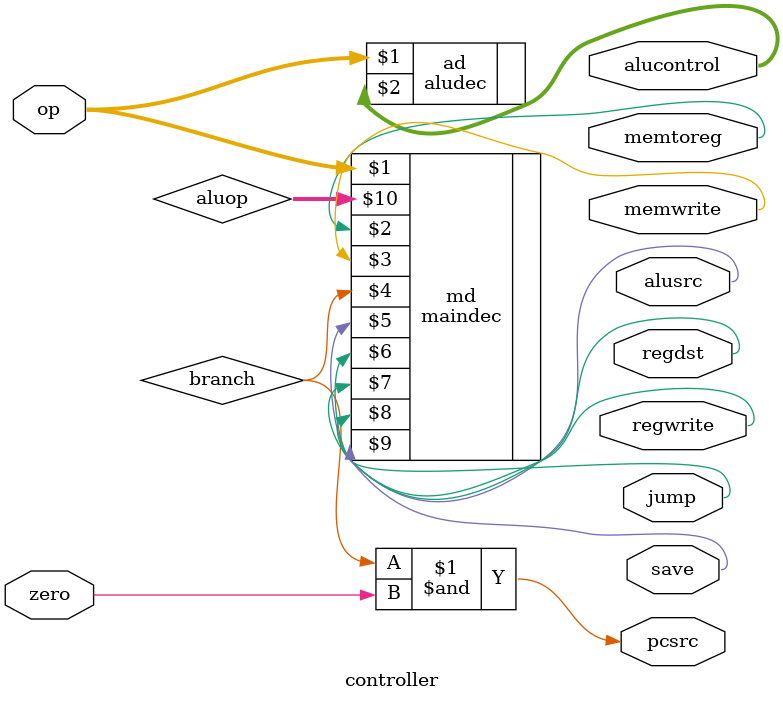
<source format=sv>
`ifndef CONTROLLER
`define CONTROLLER

`timescale 1ns/100ps

`include "../maindec/maindec.sv"
`include "../aludec/aludec.sv"

module controller
  #(parameter n = 16)(
    //
    // ---------------- PORT DEFINITIONS ----------------
    //
    input  logic [3:0] op,
    input  logic       zero,
    output logic       memtoreg, memwrite,
    output logic       pcsrc, alusrc,
    output logic       regdst, regwrite,
    output logic       jump, save,
    output logic [2:0] alucontrol
);
    //
    // ---------------- MODULE DESIGN IMPLEMENTATION ----------------
    //
    logic       branch;
    logic [1:0] aluop;

   // CPU main decoder
    maindec md(op, memtoreg, memwrite, branch, alusrc, regdst, regwrite, jump, save, aluop);
    // CPU's ALU decoder
    aludec  ad(op, alucontrol);

  assign pcsrc = branch & zero;

endmodule

`endif // CONTROLLER

</source>
